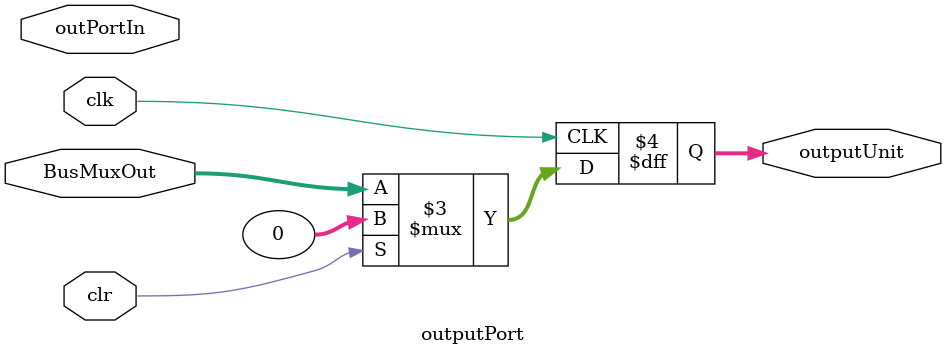
<source format=v>
module outputPort( input [31:0] BusMuxOut, input clr, clk, outPortIn, output reg [31:0] outputUnit);
//D = BusMuxOut, Q = outputUnit, enable = outPortIn, clr, clk
  reg tempBus;//one bit

  always @(posedge clk) begin
    outputUnit = (clr == 1) ? 0 : BusMuxOut;

  end

endmodule

</source>
